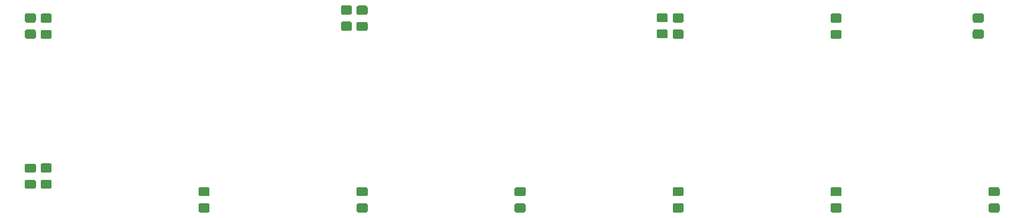
<source format=gbr>
G04 #@! TF.GenerationSoftware,KiCad,Pcbnew,(5.1.5)-3*
G04 #@! TF.CreationDate,2020-07-04T05:03:45+02:00*
G04 #@! TF.ProjectId,buttonboard,62757474-6f6e-4626-9f61-72642e6b6963,rev?*
G04 #@! TF.SameCoordinates,Original*
G04 #@! TF.FileFunction,Paste,Top*
G04 #@! TF.FilePolarity,Positive*
%FSLAX46Y46*%
G04 Gerber Fmt 4.6, Leading zero omitted, Abs format (unit mm)*
G04 Created by KiCad (PCBNEW (5.1.5)-3) date 2020-07-04 05:03:45*
%MOMM*%
%LPD*%
G04 APERTURE LIST*
%ADD10C,0.100000*%
G04 APERTURE END LIST*
D10*
G36*
X221474505Y-209451204D02*
G01*
X221498773Y-209454804D01*
X221522572Y-209460765D01*
X221545671Y-209469030D01*
X221567850Y-209479520D01*
X221588893Y-209492132D01*
X221608599Y-209506747D01*
X221626777Y-209523223D01*
X221643253Y-209541401D01*
X221657868Y-209561107D01*
X221670480Y-209582150D01*
X221680970Y-209604329D01*
X221689235Y-209627428D01*
X221695196Y-209651227D01*
X221698796Y-209675495D01*
X221700000Y-209699999D01*
X221700000Y-210350001D01*
X221698796Y-210374505D01*
X221695196Y-210398773D01*
X221689235Y-210422572D01*
X221680970Y-210445671D01*
X221670480Y-210467850D01*
X221657868Y-210488893D01*
X221643253Y-210508599D01*
X221626777Y-210526777D01*
X221608599Y-210543253D01*
X221588893Y-210557868D01*
X221567850Y-210570480D01*
X221545671Y-210580970D01*
X221522572Y-210589235D01*
X221498773Y-210595196D01*
X221474505Y-210598796D01*
X221450001Y-210600000D01*
X220549999Y-210600000D01*
X220525495Y-210598796D01*
X220501227Y-210595196D01*
X220477428Y-210589235D01*
X220454329Y-210580970D01*
X220432150Y-210570480D01*
X220411107Y-210557868D01*
X220391401Y-210543253D01*
X220373223Y-210526777D01*
X220356747Y-210508599D01*
X220342132Y-210488893D01*
X220329520Y-210467850D01*
X220319030Y-210445671D01*
X220310765Y-210422572D01*
X220304804Y-210398773D01*
X220301204Y-210374505D01*
X220300000Y-210350001D01*
X220300000Y-209699999D01*
X220301204Y-209675495D01*
X220304804Y-209651227D01*
X220310765Y-209627428D01*
X220319030Y-209604329D01*
X220329520Y-209582150D01*
X220342132Y-209561107D01*
X220356747Y-209541401D01*
X220373223Y-209523223D01*
X220391401Y-209506747D01*
X220411107Y-209492132D01*
X220432150Y-209479520D01*
X220454329Y-209469030D01*
X220477428Y-209460765D01*
X220501227Y-209454804D01*
X220525495Y-209451204D01*
X220549999Y-209450000D01*
X221450001Y-209450000D01*
X221474505Y-209451204D01*
G37*
G36*
X221474505Y-207401204D02*
G01*
X221498773Y-207404804D01*
X221522572Y-207410765D01*
X221545671Y-207419030D01*
X221567850Y-207429520D01*
X221588893Y-207442132D01*
X221608599Y-207456747D01*
X221626777Y-207473223D01*
X221643253Y-207491401D01*
X221657868Y-207511107D01*
X221670480Y-207532150D01*
X221680970Y-207554329D01*
X221689235Y-207577428D01*
X221695196Y-207601227D01*
X221698796Y-207625495D01*
X221700000Y-207649999D01*
X221700000Y-208300001D01*
X221698796Y-208324505D01*
X221695196Y-208348773D01*
X221689235Y-208372572D01*
X221680970Y-208395671D01*
X221670480Y-208417850D01*
X221657868Y-208438893D01*
X221643253Y-208458599D01*
X221626777Y-208476777D01*
X221608599Y-208493253D01*
X221588893Y-208507868D01*
X221567850Y-208520480D01*
X221545671Y-208530970D01*
X221522572Y-208539235D01*
X221498773Y-208545196D01*
X221474505Y-208548796D01*
X221450001Y-208550000D01*
X220549999Y-208550000D01*
X220525495Y-208548796D01*
X220501227Y-208545196D01*
X220477428Y-208539235D01*
X220454329Y-208530970D01*
X220432150Y-208520480D01*
X220411107Y-208507868D01*
X220391401Y-208493253D01*
X220373223Y-208476777D01*
X220356747Y-208458599D01*
X220342132Y-208438893D01*
X220329520Y-208417850D01*
X220319030Y-208395671D01*
X220310765Y-208372572D01*
X220304804Y-208348773D01*
X220301204Y-208324505D01*
X220300000Y-208300001D01*
X220300000Y-207649999D01*
X220301204Y-207625495D01*
X220304804Y-207601227D01*
X220310765Y-207577428D01*
X220319030Y-207554329D01*
X220329520Y-207532150D01*
X220342132Y-207511107D01*
X220356747Y-207491401D01*
X220373223Y-207473223D01*
X220391401Y-207456747D01*
X220411107Y-207442132D01*
X220432150Y-207429520D01*
X220454329Y-207419030D01*
X220477428Y-207410765D01*
X220501227Y-207404804D01*
X220525495Y-207401204D01*
X220549999Y-207400000D01*
X221450001Y-207400000D01*
X221474505Y-207401204D01*
G37*
G36*
X219474505Y-187451204D02*
G01*
X219498773Y-187454804D01*
X219522572Y-187460765D01*
X219545671Y-187469030D01*
X219567850Y-187479520D01*
X219588893Y-187492132D01*
X219608599Y-187506747D01*
X219626777Y-187523223D01*
X219643253Y-187541401D01*
X219657868Y-187561107D01*
X219670480Y-187582150D01*
X219680970Y-187604329D01*
X219689235Y-187627428D01*
X219695196Y-187651227D01*
X219698796Y-187675495D01*
X219700000Y-187699999D01*
X219700000Y-188350001D01*
X219698796Y-188374505D01*
X219695196Y-188398773D01*
X219689235Y-188422572D01*
X219680970Y-188445671D01*
X219670480Y-188467850D01*
X219657868Y-188488893D01*
X219643253Y-188508599D01*
X219626777Y-188526777D01*
X219608599Y-188543253D01*
X219588893Y-188557868D01*
X219567850Y-188570480D01*
X219545671Y-188580970D01*
X219522572Y-188589235D01*
X219498773Y-188595196D01*
X219474505Y-188598796D01*
X219450001Y-188600000D01*
X218549999Y-188600000D01*
X218525495Y-188598796D01*
X218501227Y-188595196D01*
X218477428Y-188589235D01*
X218454329Y-188580970D01*
X218432150Y-188570480D01*
X218411107Y-188557868D01*
X218391401Y-188543253D01*
X218373223Y-188526777D01*
X218356747Y-188508599D01*
X218342132Y-188488893D01*
X218329520Y-188467850D01*
X218319030Y-188445671D01*
X218310765Y-188422572D01*
X218304804Y-188398773D01*
X218301204Y-188374505D01*
X218300000Y-188350001D01*
X218300000Y-187699999D01*
X218301204Y-187675495D01*
X218304804Y-187651227D01*
X218310765Y-187627428D01*
X218319030Y-187604329D01*
X218329520Y-187582150D01*
X218342132Y-187561107D01*
X218356747Y-187541401D01*
X218373223Y-187523223D01*
X218391401Y-187506747D01*
X218411107Y-187492132D01*
X218432150Y-187479520D01*
X218454329Y-187469030D01*
X218477428Y-187460765D01*
X218501227Y-187454804D01*
X218525495Y-187451204D01*
X218549999Y-187450000D01*
X219450001Y-187450000D01*
X219474505Y-187451204D01*
G37*
G36*
X219474505Y-185401204D02*
G01*
X219498773Y-185404804D01*
X219522572Y-185410765D01*
X219545671Y-185419030D01*
X219567850Y-185429520D01*
X219588893Y-185442132D01*
X219608599Y-185456747D01*
X219626777Y-185473223D01*
X219643253Y-185491401D01*
X219657868Y-185511107D01*
X219670480Y-185532150D01*
X219680970Y-185554329D01*
X219689235Y-185577428D01*
X219695196Y-185601227D01*
X219698796Y-185625495D01*
X219700000Y-185649999D01*
X219700000Y-186300001D01*
X219698796Y-186324505D01*
X219695196Y-186348773D01*
X219689235Y-186372572D01*
X219680970Y-186395671D01*
X219670480Y-186417850D01*
X219657868Y-186438893D01*
X219643253Y-186458599D01*
X219626777Y-186476777D01*
X219608599Y-186493253D01*
X219588893Y-186507868D01*
X219567850Y-186520480D01*
X219545671Y-186530970D01*
X219522572Y-186539235D01*
X219498773Y-186545196D01*
X219474505Y-186548796D01*
X219450001Y-186550000D01*
X218549999Y-186550000D01*
X218525495Y-186548796D01*
X218501227Y-186545196D01*
X218477428Y-186539235D01*
X218454329Y-186530970D01*
X218432150Y-186520480D01*
X218411107Y-186507868D01*
X218391401Y-186493253D01*
X218373223Y-186476777D01*
X218356747Y-186458599D01*
X218342132Y-186438893D01*
X218329520Y-186417850D01*
X218319030Y-186395671D01*
X218310765Y-186372572D01*
X218304804Y-186348773D01*
X218301204Y-186324505D01*
X218300000Y-186300001D01*
X218300000Y-185649999D01*
X218301204Y-185625495D01*
X218304804Y-185601227D01*
X218310765Y-185577428D01*
X218319030Y-185554329D01*
X218329520Y-185532150D01*
X218342132Y-185511107D01*
X218356747Y-185491401D01*
X218373223Y-185473223D01*
X218391401Y-185456747D01*
X218411107Y-185442132D01*
X218432150Y-185429520D01*
X218454329Y-185419030D01*
X218477428Y-185410765D01*
X218501227Y-185404804D01*
X218525495Y-185401204D01*
X218549999Y-185400000D01*
X219450001Y-185400000D01*
X219474505Y-185401204D01*
G37*
G36*
X201474505Y-209451204D02*
G01*
X201498773Y-209454804D01*
X201522572Y-209460765D01*
X201545671Y-209469030D01*
X201567850Y-209479520D01*
X201588893Y-209492132D01*
X201608599Y-209506747D01*
X201626777Y-209523223D01*
X201643253Y-209541401D01*
X201657868Y-209561107D01*
X201670480Y-209582150D01*
X201680970Y-209604329D01*
X201689235Y-209627428D01*
X201695196Y-209651227D01*
X201698796Y-209675495D01*
X201700000Y-209699999D01*
X201700000Y-210350001D01*
X201698796Y-210374505D01*
X201695196Y-210398773D01*
X201689235Y-210422572D01*
X201680970Y-210445671D01*
X201670480Y-210467850D01*
X201657868Y-210488893D01*
X201643253Y-210508599D01*
X201626777Y-210526777D01*
X201608599Y-210543253D01*
X201588893Y-210557868D01*
X201567850Y-210570480D01*
X201545671Y-210580970D01*
X201522572Y-210589235D01*
X201498773Y-210595196D01*
X201474505Y-210598796D01*
X201450001Y-210600000D01*
X200549999Y-210600000D01*
X200525495Y-210598796D01*
X200501227Y-210595196D01*
X200477428Y-210589235D01*
X200454329Y-210580970D01*
X200432150Y-210570480D01*
X200411107Y-210557868D01*
X200391401Y-210543253D01*
X200373223Y-210526777D01*
X200356747Y-210508599D01*
X200342132Y-210488893D01*
X200329520Y-210467850D01*
X200319030Y-210445671D01*
X200310765Y-210422572D01*
X200304804Y-210398773D01*
X200301204Y-210374505D01*
X200300000Y-210350001D01*
X200300000Y-209699999D01*
X200301204Y-209675495D01*
X200304804Y-209651227D01*
X200310765Y-209627428D01*
X200319030Y-209604329D01*
X200329520Y-209582150D01*
X200342132Y-209561107D01*
X200356747Y-209541401D01*
X200373223Y-209523223D01*
X200391401Y-209506747D01*
X200411107Y-209492132D01*
X200432150Y-209479520D01*
X200454329Y-209469030D01*
X200477428Y-209460765D01*
X200501227Y-209454804D01*
X200525495Y-209451204D01*
X200549999Y-209450000D01*
X201450001Y-209450000D01*
X201474505Y-209451204D01*
G37*
G36*
X201474505Y-207401204D02*
G01*
X201498773Y-207404804D01*
X201522572Y-207410765D01*
X201545671Y-207419030D01*
X201567850Y-207429520D01*
X201588893Y-207442132D01*
X201608599Y-207456747D01*
X201626777Y-207473223D01*
X201643253Y-207491401D01*
X201657868Y-207511107D01*
X201670480Y-207532150D01*
X201680970Y-207554329D01*
X201689235Y-207577428D01*
X201695196Y-207601227D01*
X201698796Y-207625495D01*
X201700000Y-207649999D01*
X201700000Y-208300001D01*
X201698796Y-208324505D01*
X201695196Y-208348773D01*
X201689235Y-208372572D01*
X201680970Y-208395671D01*
X201670480Y-208417850D01*
X201657868Y-208438893D01*
X201643253Y-208458599D01*
X201626777Y-208476777D01*
X201608599Y-208493253D01*
X201588893Y-208507868D01*
X201567850Y-208520480D01*
X201545671Y-208530970D01*
X201522572Y-208539235D01*
X201498773Y-208545196D01*
X201474505Y-208548796D01*
X201450001Y-208550000D01*
X200549999Y-208550000D01*
X200525495Y-208548796D01*
X200501227Y-208545196D01*
X200477428Y-208539235D01*
X200454329Y-208530970D01*
X200432150Y-208520480D01*
X200411107Y-208507868D01*
X200391401Y-208493253D01*
X200373223Y-208476777D01*
X200356747Y-208458599D01*
X200342132Y-208438893D01*
X200329520Y-208417850D01*
X200319030Y-208395671D01*
X200310765Y-208372572D01*
X200304804Y-208348773D01*
X200301204Y-208324505D01*
X200300000Y-208300001D01*
X200300000Y-207649999D01*
X200301204Y-207625495D01*
X200304804Y-207601227D01*
X200310765Y-207577428D01*
X200319030Y-207554329D01*
X200329520Y-207532150D01*
X200342132Y-207511107D01*
X200356747Y-207491401D01*
X200373223Y-207473223D01*
X200391401Y-207456747D01*
X200411107Y-207442132D01*
X200432150Y-207429520D01*
X200454329Y-207419030D01*
X200477428Y-207410765D01*
X200501227Y-207404804D01*
X200525495Y-207401204D01*
X200549999Y-207400000D01*
X201450001Y-207400000D01*
X201474505Y-207401204D01*
G37*
G36*
X201474505Y-187476204D02*
G01*
X201498773Y-187479804D01*
X201522572Y-187485765D01*
X201545671Y-187494030D01*
X201567850Y-187504520D01*
X201588893Y-187517132D01*
X201608599Y-187531747D01*
X201626777Y-187548223D01*
X201643253Y-187566401D01*
X201657868Y-187586107D01*
X201670480Y-187607150D01*
X201680970Y-187629329D01*
X201689235Y-187652428D01*
X201695196Y-187676227D01*
X201698796Y-187700495D01*
X201700000Y-187724999D01*
X201700000Y-188375001D01*
X201698796Y-188399505D01*
X201695196Y-188423773D01*
X201689235Y-188447572D01*
X201680970Y-188470671D01*
X201670480Y-188492850D01*
X201657868Y-188513893D01*
X201643253Y-188533599D01*
X201626777Y-188551777D01*
X201608599Y-188568253D01*
X201588893Y-188582868D01*
X201567850Y-188595480D01*
X201545671Y-188605970D01*
X201522572Y-188614235D01*
X201498773Y-188620196D01*
X201474505Y-188623796D01*
X201450001Y-188625000D01*
X200549999Y-188625000D01*
X200525495Y-188623796D01*
X200501227Y-188620196D01*
X200477428Y-188614235D01*
X200454329Y-188605970D01*
X200432150Y-188595480D01*
X200411107Y-188582868D01*
X200391401Y-188568253D01*
X200373223Y-188551777D01*
X200356747Y-188533599D01*
X200342132Y-188513893D01*
X200329520Y-188492850D01*
X200319030Y-188470671D01*
X200310765Y-188447572D01*
X200304804Y-188423773D01*
X200301204Y-188399505D01*
X200300000Y-188375001D01*
X200300000Y-187724999D01*
X200301204Y-187700495D01*
X200304804Y-187676227D01*
X200310765Y-187652428D01*
X200319030Y-187629329D01*
X200329520Y-187607150D01*
X200342132Y-187586107D01*
X200356747Y-187566401D01*
X200373223Y-187548223D01*
X200391401Y-187531747D01*
X200411107Y-187517132D01*
X200432150Y-187504520D01*
X200454329Y-187494030D01*
X200477428Y-187485765D01*
X200501227Y-187479804D01*
X200525495Y-187476204D01*
X200549999Y-187475000D01*
X201450001Y-187475000D01*
X201474505Y-187476204D01*
G37*
G36*
X201474505Y-185426204D02*
G01*
X201498773Y-185429804D01*
X201522572Y-185435765D01*
X201545671Y-185444030D01*
X201567850Y-185454520D01*
X201588893Y-185467132D01*
X201608599Y-185481747D01*
X201626777Y-185498223D01*
X201643253Y-185516401D01*
X201657868Y-185536107D01*
X201670480Y-185557150D01*
X201680970Y-185579329D01*
X201689235Y-185602428D01*
X201695196Y-185626227D01*
X201698796Y-185650495D01*
X201700000Y-185674999D01*
X201700000Y-186325001D01*
X201698796Y-186349505D01*
X201695196Y-186373773D01*
X201689235Y-186397572D01*
X201680970Y-186420671D01*
X201670480Y-186442850D01*
X201657868Y-186463893D01*
X201643253Y-186483599D01*
X201626777Y-186501777D01*
X201608599Y-186518253D01*
X201588893Y-186532868D01*
X201567850Y-186545480D01*
X201545671Y-186555970D01*
X201522572Y-186564235D01*
X201498773Y-186570196D01*
X201474505Y-186573796D01*
X201450001Y-186575000D01*
X200549999Y-186575000D01*
X200525495Y-186573796D01*
X200501227Y-186570196D01*
X200477428Y-186564235D01*
X200454329Y-186555970D01*
X200432150Y-186545480D01*
X200411107Y-186532868D01*
X200391401Y-186518253D01*
X200373223Y-186501777D01*
X200356747Y-186483599D01*
X200342132Y-186463893D01*
X200329520Y-186442850D01*
X200319030Y-186420671D01*
X200310765Y-186397572D01*
X200304804Y-186373773D01*
X200301204Y-186349505D01*
X200300000Y-186325001D01*
X200300000Y-185674999D01*
X200301204Y-185650495D01*
X200304804Y-185626227D01*
X200310765Y-185602428D01*
X200319030Y-185579329D01*
X200329520Y-185557150D01*
X200342132Y-185536107D01*
X200356747Y-185516401D01*
X200373223Y-185498223D01*
X200391401Y-185481747D01*
X200411107Y-185467132D01*
X200432150Y-185454520D01*
X200454329Y-185444030D01*
X200477428Y-185435765D01*
X200501227Y-185429804D01*
X200525495Y-185426204D01*
X200549999Y-185425000D01*
X201450001Y-185425000D01*
X201474505Y-185426204D01*
G37*
G36*
X181474505Y-209451204D02*
G01*
X181498773Y-209454804D01*
X181522572Y-209460765D01*
X181545671Y-209469030D01*
X181567850Y-209479520D01*
X181588893Y-209492132D01*
X181608599Y-209506747D01*
X181626777Y-209523223D01*
X181643253Y-209541401D01*
X181657868Y-209561107D01*
X181670480Y-209582150D01*
X181680970Y-209604329D01*
X181689235Y-209627428D01*
X181695196Y-209651227D01*
X181698796Y-209675495D01*
X181700000Y-209699999D01*
X181700000Y-210350001D01*
X181698796Y-210374505D01*
X181695196Y-210398773D01*
X181689235Y-210422572D01*
X181680970Y-210445671D01*
X181670480Y-210467850D01*
X181657868Y-210488893D01*
X181643253Y-210508599D01*
X181626777Y-210526777D01*
X181608599Y-210543253D01*
X181588893Y-210557868D01*
X181567850Y-210570480D01*
X181545671Y-210580970D01*
X181522572Y-210589235D01*
X181498773Y-210595196D01*
X181474505Y-210598796D01*
X181450001Y-210600000D01*
X180549999Y-210600000D01*
X180525495Y-210598796D01*
X180501227Y-210595196D01*
X180477428Y-210589235D01*
X180454329Y-210580970D01*
X180432150Y-210570480D01*
X180411107Y-210557868D01*
X180391401Y-210543253D01*
X180373223Y-210526777D01*
X180356747Y-210508599D01*
X180342132Y-210488893D01*
X180329520Y-210467850D01*
X180319030Y-210445671D01*
X180310765Y-210422572D01*
X180304804Y-210398773D01*
X180301204Y-210374505D01*
X180300000Y-210350001D01*
X180300000Y-209699999D01*
X180301204Y-209675495D01*
X180304804Y-209651227D01*
X180310765Y-209627428D01*
X180319030Y-209604329D01*
X180329520Y-209582150D01*
X180342132Y-209561107D01*
X180356747Y-209541401D01*
X180373223Y-209523223D01*
X180391401Y-209506747D01*
X180411107Y-209492132D01*
X180432150Y-209479520D01*
X180454329Y-209469030D01*
X180477428Y-209460765D01*
X180501227Y-209454804D01*
X180525495Y-209451204D01*
X180549999Y-209450000D01*
X181450001Y-209450000D01*
X181474505Y-209451204D01*
G37*
G36*
X181474505Y-207401204D02*
G01*
X181498773Y-207404804D01*
X181522572Y-207410765D01*
X181545671Y-207419030D01*
X181567850Y-207429520D01*
X181588893Y-207442132D01*
X181608599Y-207456747D01*
X181626777Y-207473223D01*
X181643253Y-207491401D01*
X181657868Y-207511107D01*
X181670480Y-207532150D01*
X181680970Y-207554329D01*
X181689235Y-207577428D01*
X181695196Y-207601227D01*
X181698796Y-207625495D01*
X181700000Y-207649999D01*
X181700000Y-208300001D01*
X181698796Y-208324505D01*
X181695196Y-208348773D01*
X181689235Y-208372572D01*
X181680970Y-208395671D01*
X181670480Y-208417850D01*
X181657868Y-208438893D01*
X181643253Y-208458599D01*
X181626777Y-208476777D01*
X181608599Y-208493253D01*
X181588893Y-208507868D01*
X181567850Y-208520480D01*
X181545671Y-208530970D01*
X181522572Y-208539235D01*
X181498773Y-208545196D01*
X181474505Y-208548796D01*
X181450001Y-208550000D01*
X180549999Y-208550000D01*
X180525495Y-208548796D01*
X180501227Y-208545196D01*
X180477428Y-208539235D01*
X180454329Y-208530970D01*
X180432150Y-208520480D01*
X180411107Y-208507868D01*
X180391401Y-208493253D01*
X180373223Y-208476777D01*
X180356747Y-208458599D01*
X180342132Y-208438893D01*
X180329520Y-208417850D01*
X180319030Y-208395671D01*
X180310765Y-208372572D01*
X180304804Y-208348773D01*
X180301204Y-208324505D01*
X180300000Y-208300001D01*
X180300000Y-207649999D01*
X180301204Y-207625495D01*
X180304804Y-207601227D01*
X180310765Y-207577428D01*
X180319030Y-207554329D01*
X180329520Y-207532150D01*
X180342132Y-207511107D01*
X180356747Y-207491401D01*
X180373223Y-207473223D01*
X180391401Y-207456747D01*
X180411107Y-207442132D01*
X180432150Y-207429520D01*
X180454329Y-207419030D01*
X180477428Y-207410765D01*
X180501227Y-207404804D01*
X180525495Y-207401204D01*
X180549999Y-207400000D01*
X181450001Y-207400000D01*
X181474505Y-207401204D01*
G37*
G36*
X181474505Y-187451204D02*
G01*
X181498773Y-187454804D01*
X181522572Y-187460765D01*
X181545671Y-187469030D01*
X181567850Y-187479520D01*
X181588893Y-187492132D01*
X181608599Y-187506747D01*
X181626777Y-187523223D01*
X181643253Y-187541401D01*
X181657868Y-187561107D01*
X181670480Y-187582150D01*
X181680970Y-187604329D01*
X181689235Y-187627428D01*
X181695196Y-187651227D01*
X181698796Y-187675495D01*
X181700000Y-187699999D01*
X181700000Y-188350001D01*
X181698796Y-188374505D01*
X181695196Y-188398773D01*
X181689235Y-188422572D01*
X181680970Y-188445671D01*
X181670480Y-188467850D01*
X181657868Y-188488893D01*
X181643253Y-188508599D01*
X181626777Y-188526777D01*
X181608599Y-188543253D01*
X181588893Y-188557868D01*
X181567850Y-188570480D01*
X181545671Y-188580970D01*
X181522572Y-188589235D01*
X181498773Y-188595196D01*
X181474505Y-188598796D01*
X181450001Y-188600000D01*
X180549999Y-188600000D01*
X180525495Y-188598796D01*
X180501227Y-188595196D01*
X180477428Y-188589235D01*
X180454329Y-188580970D01*
X180432150Y-188570480D01*
X180411107Y-188557868D01*
X180391401Y-188543253D01*
X180373223Y-188526777D01*
X180356747Y-188508599D01*
X180342132Y-188488893D01*
X180329520Y-188467850D01*
X180319030Y-188445671D01*
X180310765Y-188422572D01*
X180304804Y-188398773D01*
X180301204Y-188374505D01*
X180300000Y-188350001D01*
X180300000Y-187699999D01*
X180301204Y-187675495D01*
X180304804Y-187651227D01*
X180310765Y-187627428D01*
X180319030Y-187604329D01*
X180329520Y-187582150D01*
X180342132Y-187561107D01*
X180356747Y-187541401D01*
X180373223Y-187523223D01*
X180391401Y-187506747D01*
X180411107Y-187492132D01*
X180432150Y-187479520D01*
X180454329Y-187469030D01*
X180477428Y-187460765D01*
X180501227Y-187454804D01*
X180525495Y-187451204D01*
X180549999Y-187450000D01*
X181450001Y-187450000D01*
X181474505Y-187451204D01*
G37*
G36*
X181474505Y-185401204D02*
G01*
X181498773Y-185404804D01*
X181522572Y-185410765D01*
X181545671Y-185419030D01*
X181567850Y-185429520D01*
X181588893Y-185442132D01*
X181608599Y-185456747D01*
X181626777Y-185473223D01*
X181643253Y-185491401D01*
X181657868Y-185511107D01*
X181670480Y-185532150D01*
X181680970Y-185554329D01*
X181689235Y-185577428D01*
X181695196Y-185601227D01*
X181698796Y-185625495D01*
X181700000Y-185649999D01*
X181700000Y-186300001D01*
X181698796Y-186324505D01*
X181695196Y-186348773D01*
X181689235Y-186372572D01*
X181680970Y-186395671D01*
X181670480Y-186417850D01*
X181657868Y-186438893D01*
X181643253Y-186458599D01*
X181626777Y-186476777D01*
X181608599Y-186493253D01*
X181588893Y-186507868D01*
X181567850Y-186520480D01*
X181545671Y-186530970D01*
X181522572Y-186539235D01*
X181498773Y-186545196D01*
X181474505Y-186548796D01*
X181450001Y-186550000D01*
X180549999Y-186550000D01*
X180525495Y-186548796D01*
X180501227Y-186545196D01*
X180477428Y-186539235D01*
X180454329Y-186530970D01*
X180432150Y-186520480D01*
X180411107Y-186507868D01*
X180391401Y-186493253D01*
X180373223Y-186476777D01*
X180356747Y-186458599D01*
X180342132Y-186438893D01*
X180329520Y-186417850D01*
X180319030Y-186395671D01*
X180310765Y-186372572D01*
X180304804Y-186348773D01*
X180301204Y-186324505D01*
X180300000Y-186300001D01*
X180300000Y-185649999D01*
X180301204Y-185625495D01*
X180304804Y-185601227D01*
X180310765Y-185577428D01*
X180319030Y-185554329D01*
X180329520Y-185532150D01*
X180342132Y-185511107D01*
X180356747Y-185491401D01*
X180373223Y-185473223D01*
X180391401Y-185456747D01*
X180411107Y-185442132D01*
X180432150Y-185429520D01*
X180454329Y-185419030D01*
X180477428Y-185410765D01*
X180501227Y-185404804D01*
X180525495Y-185401204D01*
X180549999Y-185400000D01*
X181450001Y-185400000D01*
X181474505Y-185401204D01*
G37*
G36*
X161474505Y-209451204D02*
G01*
X161498773Y-209454804D01*
X161522572Y-209460765D01*
X161545671Y-209469030D01*
X161567850Y-209479520D01*
X161588893Y-209492132D01*
X161608599Y-209506747D01*
X161626777Y-209523223D01*
X161643253Y-209541401D01*
X161657868Y-209561107D01*
X161670480Y-209582150D01*
X161680970Y-209604329D01*
X161689235Y-209627428D01*
X161695196Y-209651227D01*
X161698796Y-209675495D01*
X161700000Y-209699999D01*
X161700000Y-210350001D01*
X161698796Y-210374505D01*
X161695196Y-210398773D01*
X161689235Y-210422572D01*
X161680970Y-210445671D01*
X161670480Y-210467850D01*
X161657868Y-210488893D01*
X161643253Y-210508599D01*
X161626777Y-210526777D01*
X161608599Y-210543253D01*
X161588893Y-210557868D01*
X161567850Y-210570480D01*
X161545671Y-210580970D01*
X161522572Y-210589235D01*
X161498773Y-210595196D01*
X161474505Y-210598796D01*
X161450001Y-210600000D01*
X160549999Y-210600000D01*
X160525495Y-210598796D01*
X160501227Y-210595196D01*
X160477428Y-210589235D01*
X160454329Y-210580970D01*
X160432150Y-210570480D01*
X160411107Y-210557868D01*
X160391401Y-210543253D01*
X160373223Y-210526777D01*
X160356747Y-210508599D01*
X160342132Y-210488893D01*
X160329520Y-210467850D01*
X160319030Y-210445671D01*
X160310765Y-210422572D01*
X160304804Y-210398773D01*
X160301204Y-210374505D01*
X160300000Y-210350001D01*
X160300000Y-209699999D01*
X160301204Y-209675495D01*
X160304804Y-209651227D01*
X160310765Y-209627428D01*
X160319030Y-209604329D01*
X160329520Y-209582150D01*
X160342132Y-209561107D01*
X160356747Y-209541401D01*
X160373223Y-209523223D01*
X160391401Y-209506747D01*
X160411107Y-209492132D01*
X160432150Y-209479520D01*
X160454329Y-209469030D01*
X160477428Y-209460765D01*
X160501227Y-209454804D01*
X160525495Y-209451204D01*
X160549999Y-209450000D01*
X161450001Y-209450000D01*
X161474505Y-209451204D01*
G37*
G36*
X161474505Y-207401204D02*
G01*
X161498773Y-207404804D01*
X161522572Y-207410765D01*
X161545671Y-207419030D01*
X161567850Y-207429520D01*
X161588893Y-207442132D01*
X161608599Y-207456747D01*
X161626777Y-207473223D01*
X161643253Y-207491401D01*
X161657868Y-207511107D01*
X161670480Y-207532150D01*
X161680970Y-207554329D01*
X161689235Y-207577428D01*
X161695196Y-207601227D01*
X161698796Y-207625495D01*
X161700000Y-207649999D01*
X161700000Y-208300001D01*
X161698796Y-208324505D01*
X161695196Y-208348773D01*
X161689235Y-208372572D01*
X161680970Y-208395671D01*
X161670480Y-208417850D01*
X161657868Y-208438893D01*
X161643253Y-208458599D01*
X161626777Y-208476777D01*
X161608599Y-208493253D01*
X161588893Y-208507868D01*
X161567850Y-208520480D01*
X161545671Y-208530970D01*
X161522572Y-208539235D01*
X161498773Y-208545196D01*
X161474505Y-208548796D01*
X161450001Y-208550000D01*
X160549999Y-208550000D01*
X160525495Y-208548796D01*
X160501227Y-208545196D01*
X160477428Y-208539235D01*
X160454329Y-208530970D01*
X160432150Y-208520480D01*
X160411107Y-208507868D01*
X160391401Y-208493253D01*
X160373223Y-208476777D01*
X160356747Y-208458599D01*
X160342132Y-208438893D01*
X160329520Y-208417850D01*
X160319030Y-208395671D01*
X160310765Y-208372572D01*
X160304804Y-208348773D01*
X160301204Y-208324505D01*
X160300000Y-208300001D01*
X160300000Y-207649999D01*
X160301204Y-207625495D01*
X160304804Y-207601227D01*
X160310765Y-207577428D01*
X160319030Y-207554329D01*
X160329520Y-207532150D01*
X160342132Y-207511107D01*
X160356747Y-207491401D01*
X160373223Y-207473223D01*
X160391401Y-207456747D01*
X160411107Y-207442132D01*
X160432150Y-207429520D01*
X160454329Y-207419030D01*
X160477428Y-207410765D01*
X160501227Y-207404804D01*
X160525495Y-207401204D01*
X160549999Y-207400000D01*
X161450001Y-207400000D01*
X161474505Y-207401204D01*
G37*
G36*
X179474505Y-187426204D02*
G01*
X179498773Y-187429804D01*
X179522572Y-187435765D01*
X179545671Y-187444030D01*
X179567850Y-187454520D01*
X179588893Y-187467132D01*
X179608599Y-187481747D01*
X179626777Y-187498223D01*
X179643253Y-187516401D01*
X179657868Y-187536107D01*
X179670480Y-187557150D01*
X179680970Y-187579329D01*
X179689235Y-187602428D01*
X179695196Y-187626227D01*
X179698796Y-187650495D01*
X179700000Y-187674999D01*
X179700000Y-188325001D01*
X179698796Y-188349505D01*
X179695196Y-188373773D01*
X179689235Y-188397572D01*
X179680970Y-188420671D01*
X179670480Y-188442850D01*
X179657868Y-188463893D01*
X179643253Y-188483599D01*
X179626777Y-188501777D01*
X179608599Y-188518253D01*
X179588893Y-188532868D01*
X179567850Y-188545480D01*
X179545671Y-188555970D01*
X179522572Y-188564235D01*
X179498773Y-188570196D01*
X179474505Y-188573796D01*
X179450001Y-188575000D01*
X178549999Y-188575000D01*
X178525495Y-188573796D01*
X178501227Y-188570196D01*
X178477428Y-188564235D01*
X178454329Y-188555970D01*
X178432150Y-188545480D01*
X178411107Y-188532868D01*
X178391401Y-188518253D01*
X178373223Y-188501777D01*
X178356747Y-188483599D01*
X178342132Y-188463893D01*
X178329520Y-188442850D01*
X178319030Y-188420671D01*
X178310765Y-188397572D01*
X178304804Y-188373773D01*
X178301204Y-188349505D01*
X178300000Y-188325001D01*
X178300000Y-187674999D01*
X178301204Y-187650495D01*
X178304804Y-187626227D01*
X178310765Y-187602428D01*
X178319030Y-187579329D01*
X178329520Y-187557150D01*
X178342132Y-187536107D01*
X178356747Y-187516401D01*
X178373223Y-187498223D01*
X178391401Y-187481747D01*
X178411107Y-187467132D01*
X178432150Y-187454520D01*
X178454329Y-187444030D01*
X178477428Y-187435765D01*
X178501227Y-187429804D01*
X178525495Y-187426204D01*
X178549999Y-187425000D01*
X179450001Y-187425000D01*
X179474505Y-187426204D01*
G37*
G36*
X179474505Y-185376204D02*
G01*
X179498773Y-185379804D01*
X179522572Y-185385765D01*
X179545671Y-185394030D01*
X179567850Y-185404520D01*
X179588893Y-185417132D01*
X179608599Y-185431747D01*
X179626777Y-185448223D01*
X179643253Y-185466401D01*
X179657868Y-185486107D01*
X179670480Y-185507150D01*
X179680970Y-185529329D01*
X179689235Y-185552428D01*
X179695196Y-185576227D01*
X179698796Y-185600495D01*
X179700000Y-185624999D01*
X179700000Y-186275001D01*
X179698796Y-186299505D01*
X179695196Y-186323773D01*
X179689235Y-186347572D01*
X179680970Y-186370671D01*
X179670480Y-186392850D01*
X179657868Y-186413893D01*
X179643253Y-186433599D01*
X179626777Y-186451777D01*
X179608599Y-186468253D01*
X179588893Y-186482868D01*
X179567850Y-186495480D01*
X179545671Y-186505970D01*
X179522572Y-186514235D01*
X179498773Y-186520196D01*
X179474505Y-186523796D01*
X179450001Y-186525000D01*
X178549999Y-186525000D01*
X178525495Y-186523796D01*
X178501227Y-186520196D01*
X178477428Y-186514235D01*
X178454329Y-186505970D01*
X178432150Y-186495480D01*
X178411107Y-186482868D01*
X178391401Y-186468253D01*
X178373223Y-186451777D01*
X178356747Y-186433599D01*
X178342132Y-186413893D01*
X178329520Y-186392850D01*
X178319030Y-186370671D01*
X178310765Y-186347572D01*
X178304804Y-186323773D01*
X178301204Y-186299505D01*
X178300000Y-186275001D01*
X178300000Y-185624999D01*
X178301204Y-185600495D01*
X178304804Y-185576227D01*
X178310765Y-185552428D01*
X178319030Y-185529329D01*
X178329520Y-185507150D01*
X178342132Y-185486107D01*
X178356747Y-185466401D01*
X178373223Y-185448223D01*
X178391401Y-185431747D01*
X178411107Y-185417132D01*
X178432150Y-185404520D01*
X178454329Y-185394030D01*
X178477428Y-185385765D01*
X178501227Y-185379804D01*
X178525495Y-185376204D01*
X178549999Y-185375000D01*
X179450001Y-185375000D01*
X179474505Y-185376204D01*
G37*
G36*
X141474505Y-209451204D02*
G01*
X141498773Y-209454804D01*
X141522572Y-209460765D01*
X141545671Y-209469030D01*
X141567850Y-209479520D01*
X141588893Y-209492132D01*
X141608599Y-209506747D01*
X141626777Y-209523223D01*
X141643253Y-209541401D01*
X141657868Y-209561107D01*
X141670480Y-209582150D01*
X141680970Y-209604329D01*
X141689235Y-209627428D01*
X141695196Y-209651227D01*
X141698796Y-209675495D01*
X141700000Y-209699999D01*
X141700000Y-210350001D01*
X141698796Y-210374505D01*
X141695196Y-210398773D01*
X141689235Y-210422572D01*
X141680970Y-210445671D01*
X141670480Y-210467850D01*
X141657868Y-210488893D01*
X141643253Y-210508599D01*
X141626777Y-210526777D01*
X141608599Y-210543253D01*
X141588893Y-210557868D01*
X141567850Y-210570480D01*
X141545671Y-210580970D01*
X141522572Y-210589235D01*
X141498773Y-210595196D01*
X141474505Y-210598796D01*
X141450001Y-210600000D01*
X140549999Y-210600000D01*
X140525495Y-210598796D01*
X140501227Y-210595196D01*
X140477428Y-210589235D01*
X140454329Y-210580970D01*
X140432150Y-210570480D01*
X140411107Y-210557868D01*
X140391401Y-210543253D01*
X140373223Y-210526777D01*
X140356747Y-210508599D01*
X140342132Y-210488893D01*
X140329520Y-210467850D01*
X140319030Y-210445671D01*
X140310765Y-210422572D01*
X140304804Y-210398773D01*
X140301204Y-210374505D01*
X140300000Y-210350001D01*
X140300000Y-209699999D01*
X140301204Y-209675495D01*
X140304804Y-209651227D01*
X140310765Y-209627428D01*
X140319030Y-209604329D01*
X140329520Y-209582150D01*
X140342132Y-209561107D01*
X140356747Y-209541401D01*
X140373223Y-209523223D01*
X140391401Y-209506747D01*
X140411107Y-209492132D01*
X140432150Y-209479520D01*
X140454329Y-209469030D01*
X140477428Y-209460765D01*
X140501227Y-209454804D01*
X140525495Y-209451204D01*
X140549999Y-209450000D01*
X141450001Y-209450000D01*
X141474505Y-209451204D01*
G37*
G36*
X141474505Y-207401204D02*
G01*
X141498773Y-207404804D01*
X141522572Y-207410765D01*
X141545671Y-207419030D01*
X141567850Y-207429520D01*
X141588893Y-207442132D01*
X141608599Y-207456747D01*
X141626777Y-207473223D01*
X141643253Y-207491401D01*
X141657868Y-207511107D01*
X141670480Y-207532150D01*
X141680970Y-207554329D01*
X141689235Y-207577428D01*
X141695196Y-207601227D01*
X141698796Y-207625495D01*
X141700000Y-207649999D01*
X141700000Y-208300001D01*
X141698796Y-208324505D01*
X141695196Y-208348773D01*
X141689235Y-208372572D01*
X141680970Y-208395671D01*
X141670480Y-208417850D01*
X141657868Y-208438893D01*
X141643253Y-208458599D01*
X141626777Y-208476777D01*
X141608599Y-208493253D01*
X141588893Y-208507868D01*
X141567850Y-208520480D01*
X141545671Y-208530970D01*
X141522572Y-208539235D01*
X141498773Y-208545196D01*
X141474505Y-208548796D01*
X141450001Y-208550000D01*
X140549999Y-208550000D01*
X140525495Y-208548796D01*
X140501227Y-208545196D01*
X140477428Y-208539235D01*
X140454329Y-208530970D01*
X140432150Y-208520480D01*
X140411107Y-208507868D01*
X140391401Y-208493253D01*
X140373223Y-208476777D01*
X140356747Y-208458599D01*
X140342132Y-208438893D01*
X140329520Y-208417850D01*
X140319030Y-208395671D01*
X140310765Y-208372572D01*
X140304804Y-208348773D01*
X140301204Y-208324505D01*
X140300000Y-208300001D01*
X140300000Y-207649999D01*
X140301204Y-207625495D01*
X140304804Y-207601227D01*
X140310765Y-207577428D01*
X140319030Y-207554329D01*
X140329520Y-207532150D01*
X140342132Y-207511107D01*
X140356747Y-207491401D01*
X140373223Y-207473223D01*
X140391401Y-207456747D01*
X140411107Y-207442132D01*
X140432150Y-207429520D01*
X140454329Y-207419030D01*
X140477428Y-207410765D01*
X140501227Y-207404804D01*
X140525495Y-207401204D01*
X140549999Y-207400000D01*
X141450001Y-207400000D01*
X141474505Y-207401204D01*
G37*
G36*
X141474505Y-186476204D02*
G01*
X141498773Y-186479804D01*
X141522572Y-186485765D01*
X141545671Y-186494030D01*
X141567850Y-186504520D01*
X141588893Y-186517132D01*
X141608599Y-186531747D01*
X141626777Y-186548223D01*
X141643253Y-186566401D01*
X141657868Y-186586107D01*
X141670480Y-186607150D01*
X141680970Y-186629329D01*
X141689235Y-186652428D01*
X141695196Y-186676227D01*
X141698796Y-186700495D01*
X141700000Y-186724999D01*
X141700000Y-187375001D01*
X141698796Y-187399505D01*
X141695196Y-187423773D01*
X141689235Y-187447572D01*
X141680970Y-187470671D01*
X141670480Y-187492850D01*
X141657868Y-187513893D01*
X141643253Y-187533599D01*
X141626777Y-187551777D01*
X141608599Y-187568253D01*
X141588893Y-187582868D01*
X141567850Y-187595480D01*
X141545671Y-187605970D01*
X141522572Y-187614235D01*
X141498773Y-187620196D01*
X141474505Y-187623796D01*
X141450001Y-187625000D01*
X140549999Y-187625000D01*
X140525495Y-187623796D01*
X140501227Y-187620196D01*
X140477428Y-187614235D01*
X140454329Y-187605970D01*
X140432150Y-187595480D01*
X140411107Y-187582868D01*
X140391401Y-187568253D01*
X140373223Y-187551777D01*
X140356747Y-187533599D01*
X140342132Y-187513893D01*
X140329520Y-187492850D01*
X140319030Y-187470671D01*
X140310765Y-187447572D01*
X140304804Y-187423773D01*
X140301204Y-187399505D01*
X140300000Y-187375001D01*
X140300000Y-186724999D01*
X140301204Y-186700495D01*
X140304804Y-186676227D01*
X140310765Y-186652428D01*
X140319030Y-186629329D01*
X140329520Y-186607150D01*
X140342132Y-186586107D01*
X140356747Y-186566401D01*
X140373223Y-186548223D01*
X140391401Y-186531747D01*
X140411107Y-186517132D01*
X140432150Y-186504520D01*
X140454329Y-186494030D01*
X140477428Y-186485765D01*
X140501227Y-186479804D01*
X140525495Y-186476204D01*
X140549999Y-186475000D01*
X141450001Y-186475000D01*
X141474505Y-186476204D01*
G37*
G36*
X141474505Y-184426204D02*
G01*
X141498773Y-184429804D01*
X141522572Y-184435765D01*
X141545671Y-184444030D01*
X141567850Y-184454520D01*
X141588893Y-184467132D01*
X141608599Y-184481747D01*
X141626777Y-184498223D01*
X141643253Y-184516401D01*
X141657868Y-184536107D01*
X141670480Y-184557150D01*
X141680970Y-184579329D01*
X141689235Y-184602428D01*
X141695196Y-184626227D01*
X141698796Y-184650495D01*
X141700000Y-184674999D01*
X141700000Y-185325001D01*
X141698796Y-185349505D01*
X141695196Y-185373773D01*
X141689235Y-185397572D01*
X141680970Y-185420671D01*
X141670480Y-185442850D01*
X141657868Y-185463893D01*
X141643253Y-185483599D01*
X141626777Y-185501777D01*
X141608599Y-185518253D01*
X141588893Y-185532868D01*
X141567850Y-185545480D01*
X141545671Y-185555970D01*
X141522572Y-185564235D01*
X141498773Y-185570196D01*
X141474505Y-185573796D01*
X141450001Y-185575000D01*
X140549999Y-185575000D01*
X140525495Y-185573796D01*
X140501227Y-185570196D01*
X140477428Y-185564235D01*
X140454329Y-185555970D01*
X140432150Y-185545480D01*
X140411107Y-185532868D01*
X140391401Y-185518253D01*
X140373223Y-185501777D01*
X140356747Y-185483599D01*
X140342132Y-185463893D01*
X140329520Y-185442850D01*
X140319030Y-185420671D01*
X140310765Y-185397572D01*
X140304804Y-185373773D01*
X140301204Y-185349505D01*
X140300000Y-185325001D01*
X140300000Y-184674999D01*
X140301204Y-184650495D01*
X140304804Y-184626227D01*
X140310765Y-184602428D01*
X140319030Y-184579329D01*
X140329520Y-184557150D01*
X140342132Y-184536107D01*
X140356747Y-184516401D01*
X140373223Y-184498223D01*
X140391401Y-184481747D01*
X140411107Y-184467132D01*
X140432150Y-184454520D01*
X140454329Y-184444030D01*
X140477428Y-184435765D01*
X140501227Y-184429804D01*
X140525495Y-184426204D01*
X140549999Y-184425000D01*
X141450001Y-184425000D01*
X141474505Y-184426204D01*
G37*
G36*
X121474505Y-209451204D02*
G01*
X121498773Y-209454804D01*
X121522572Y-209460765D01*
X121545671Y-209469030D01*
X121567850Y-209479520D01*
X121588893Y-209492132D01*
X121608599Y-209506747D01*
X121626777Y-209523223D01*
X121643253Y-209541401D01*
X121657868Y-209561107D01*
X121670480Y-209582150D01*
X121680970Y-209604329D01*
X121689235Y-209627428D01*
X121695196Y-209651227D01*
X121698796Y-209675495D01*
X121700000Y-209699999D01*
X121700000Y-210350001D01*
X121698796Y-210374505D01*
X121695196Y-210398773D01*
X121689235Y-210422572D01*
X121680970Y-210445671D01*
X121670480Y-210467850D01*
X121657868Y-210488893D01*
X121643253Y-210508599D01*
X121626777Y-210526777D01*
X121608599Y-210543253D01*
X121588893Y-210557868D01*
X121567850Y-210570480D01*
X121545671Y-210580970D01*
X121522572Y-210589235D01*
X121498773Y-210595196D01*
X121474505Y-210598796D01*
X121450001Y-210600000D01*
X120549999Y-210600000D01*
X120525495Y-210598796D01*
X120501227Y-210595196D01*
X120477428Y-210589235D01*
X120454329Y-210580970D01*
X120432150Y-210570480D01*
X120411107Y-210557868D01*
X120391401Y-210543253D01*
X120373223Y-210526777D01*
X120356747Y-210508599D01*
X120342132Y-210488893D01*
X120329520Y-210467850D01*
X120319030Y-210445671D01*
X120310765Y-210422572D01*
X120304804Y-210398773D01*
X120301204Y-210374505D01*
X120300000Y-210350001D01*
X120300000Y-209699999D01*
X120301204Y-209675495D01*
X120304804Y-209651227D01*
X120310765Y-209627428D01*
X120319030Y-209604329D01*
X120329520Y-209582150D01*
X120342132Y-209561107D01*
X120356747Y-209541401D01*
X120373223Y-209523223D01*
X120391401Y-209506747D01*
X120411107Y-209492132D01*
X120432150Y-209479520D01*
X120454329Y-209469030D01*
X120477428Y-209460765D01*
X120501227Y-209454804D01*
X120525495Y-209451204D01*
X120549999Y-209450000D01*
X121450001Y-209450000D01*
X121474505Y-209451204D01*
G37*
G36*
X121474505Y-207401204D02*
G01*
X121498773Y-207404804D01*
X121522572Y-207410765D01*
X121545671Y-207419030D01*
X121567850Y-207429520D01*
X121588893Y-207442132D01*
X121608599Y-207456747D01*
X121626777Y-207473223D01*
X121643253Y-207491401D01*
X121657868Y-207511107D01*
X121670480Y-207532150D01*
X121680970Y-207554329D01*
X121689235Y-207577428D01*
X121695196Y-207601227D01*
X121698796Y-207625495D01*
X121700000Y-207649999D01*
X121700000Y-208300001D01*
X121698796Y-208324505D01*
X121695196Y-208348773D01*
X121689235Y-208372572D01*
X121680970Y-208395671D01*
X121670480Y-208417850D01*
X121657868Y-208438893D01*
X121643253Y-208458599D01*
X121626777Y-208476777D01*
X121608599Y-208493253D01*
X121588893Y-208507868D01*
X121567850Y-208520480D01*
X121545671Y-208530970D01*
X121522572Y-208539235D01*
X121498773Y-208545196D01*
X121474505Y-208548796D01*
X121450001Y-208550000D01*
X120549999Y-208550000D01*
X120525495Y-208548796D01*
X120501227Y-208545196D01*
X120477428Y-208539235D01*
X120454329Y-208530970D01*
X120432150Y-208520480D01*
X120411107Y-208507868D01*
X120391401Y-208493253D01*
X120373223Y-208476777D01*
X120356747Y-208458599D01*
X120342132Y-208438893D01*
X120329520Y-208417850D01*
X120319030Y-208395671D01*
X120310765Y-208372572D01*
X120304804Y-208348773D01*
X120301204Y-208324505D01*
X120300000Y-208300001D01*
X120300000Y-207649999D01*
X120301204Y-207625495D01*
X120304804Y-207601227D01*
X120310765Y-207577428D01*
X120319030Y-207554329D01*
X120329520Y-207532150D01*
X120342132Y-207511107D01*
X120356747Y-207491401D01*
X120373223Y-207473223D01*
X120391401Y-207456747D01*
X120411107Y-207442132D01*
X120432150Y-207429520D01*
X120454329Y-207419030D01*
X120477428Y-207410765D01*
X120501227Y-207404804D01*
X120525495Y-207401204D01*
X120549999Y-207400000D01*
X121450001Y-207400000D01*
X121474505Y-207401204D01*
G37*
G36*
X139474505Y-186451204D02*
G01*
X139498773Y-186454804D01*
X139522572Y-186460765D01*
X139545671Y-186469030D01*
X139567850Y-186479520D01*
X139588893Y-186492132D01*
X139608599Y-186506747D01*
X139626777Y-186523223D01*
X139643253Y-186541401D01*
X139657868Y-186561107D01*
X139670480Y-186582150D01*
X139680970Y-186604329D01*
X139689235Y-186627428D01*
X139695196Y-186651227D01*
X139698796Y-186675495D01*
X139700000Y-186699999D01*
X139700000Y-187350001D01*
X139698796Y-187374505D01*
X139695196Y-187398773D01*
X139689235Y-187422572D01*
X139680970Y-187445671D01*
X139670480Y-187467850D01*
X139657868Y-187488893D01*
X139643253Y-187508599D01*
X139626777Y-187526777D01*
X139608599Y-187543253D01*
X139588893Y-187557868D01*
X139567850Y-187570480D01*
X139545671Y-187580970D01*
X139522572Y-187589235D01*
X139498773Y-187595196D01*
X139474505Y-187598796D01*
X139450001Y-187600000D01*
X138549999Y-187600000D01*
X138525495Y-187598796D01*
X138501227Y-187595196D01*
X138477428Y-187589235D01*
X138454329Y-187580970D01*
X138432150Y-187570480D01*
X138411107Y-187557868D01*
X138391401Y-187543253D01*
X138373223Y-187526777D01*
X138356747Y-187508599D01*
X138342132Y-187488893D01*
X138329520Y-187467850D01*
X138319030Y-187445671D01*
X138310765Y-187422572D01*
X138304804Y-187398773D01*
X138301204Y-187374505D01*
X138300000Y-187350001D01*
X138300000Y-186699999D01*
X138301204Y-186675495D01*
X138304804Y-186651227D01*
X138310765Y-186627428D01*
X138319030Y-186604329D01*
X138329520Y-186582150D01*
X138342132Y-186561107D01*
X138356747Y-186541401D01*
X138373223Y-186523223D01*
X138391401Y-186506747D01*
X138411107Y-186492132D01*
X138432150Y-186479520D01*
X138454329Y-186469030D01*
X138477428Y-186460765D01*
X138501227Y-186454804D01*
X138525495Y-186451204D01*
X138549999Y-186450000D01*
X139450001Y-186450000D01*
X139474505Y-186451204D01*
G37*
G36*
X139474505Y-184401204D02*
G01*
X139498773Y-184404804D01*
X139522572Y-184410765D01*
X139545671Y-184419030D01*
X139567850Y-184429520D01*
X139588893Y-184442132D01*
X139608599Y-184456747D01*
X139626777Y-184473223D01*
X139643253Y-184491401D01*
X139657868Y-184511107D01*
X139670480Y-184532150D01*
X139680970Y-184554329D01*
X139689235Y-184577428D01*
X139695196Y-184601227D01*
X139698796Y-184625495D01*
X139700000Y-184649999D01*
X139700000Y-185300001D01*
X139698796Y-185324505D01*
X139695196Y-185348773D01*
X139689235Y-185372572D01*
X139680970Y-185395671D01*
X139670480Y-185417850D01*
X139657868Y-185438893D01*
X139643253Y-185458599D01*
X139626777Y-185476777D01*
X139608599Y-185493253D01*
X139588893Y-185507868D01*
X139567850Y-185520480D01*
X139545671Y-185530970D01*
X139522572Y-185539235D01*
X139498773Y-185545196D01*
X139474505Y-185548796D01*
X139450001Y-185550000D01*
X138549999Y-185550000D01*
X138525495Y-185548796D01*
X138501227Y-185545196D01*
X138477428Y-185539235D01*
X138454329Y-185530970D01*
X138432150Y-185520480D01*
X138411107Y-185507868D01*
X138391401Y-185493253D01*
X138373223Y-185476777D01*
X138356747Y-185458599D01*
X138342132Y-185438893D01*
X138329520Y-185417850D01*
X138319030Y-185395671D01*
X138310765Y-185372572D01*
X138304804Y-185348773D01*
X138301204Y-185324505D01*
X138300000Y-185300001D01*
X138300000Y-184649999D01*
X138301204Y-184625495D01*
X138304804Y-184601227D01*
X138310765Y-184577428D01*
X138319030Y-184554329D01*
X138329520Y-184532150D01*
X138342132Y-184511107D01*
X138356747Y-184491401D01*
X138373223Y-184473223D01*
X138391401Y-184456747D01*
X138411107Y-184442132D01*
X138432150Y-184429520D01*
X138454329Y-184419030D01*
X138477428Y-184410765D01*
X138501227Y-184404804D01*
X138525495Y-184401204D01*
X138549999Y-184400000D01*
X139450001Y-184400000D01*
X139474505Y-184401204D01*
G37*
G36*
X101474505Y-206451204D02*
G01*
X101498773Y-206454804D01*
X101522572Y-206460765D01*
X101545671Y-206469030D01*
X101567850Y-206479520D01*
X101588893Y-206492132D01*
X101608599Y-206506747D01*
X101626777Y-206523223D01*
X101643253Y-206541401D01*
X101657868Y-206561107D01*
X101670480Y-206582150D01*
X101680970Y-206604329D01*
X101689235Y-206627428D01*
X101695196Y-206651227D01*
X101698796Y-206675495D01*
X101700000Y-206699999D01*
X101700000Y-207350001D01*
X101698796Y-207374505D01*
X101695196Y-207398773D01*
X101689235Y-207422572D01*
X101680970Y-207445671D01*
X101670480Y-207467850D01*
X101657868Y-207488893D01*
X101643253Y-207508599D01*
X101626777Y-207526777D01*
X101608599Y-207543253D01*
X101588893Y-207557868D01*
X101567850Y-207570480D01*
X101545671Y-207580970D01*
X101522572Y-207589235D01*
X101498773Y-207595196D01*
X101474505Y-207598796D01*
X101450001Y-207600000D01*
X100549999Y-207600000D01*
X100525495Y-207598796D01*
X100501227Y-207595196D01*
X100477428Y-207589235D01*
X100454329Y-207580970D01*
X100432150Y-207570480D01*
X100411107Y-207557868D01*
X100391401Y-207543253D01*
X100373223Y-207526777D01*
X100356747Y-207508599D01*
X100342132Y-207488893D01*
X100329520Y-207467850D01*
X100319030Y-207445671D01*
X100310765Y-207422572D01*
X100304804Y-207398773D01*
X100301204Y-207374505D01*
X100300000Y-207350001D01*
X100300000Y-206699999D01*
X100301204Y-206675495D01*
X100304804Y-206651227D01*
X100310765Y-206627428D01*
X100319030Y-206604329D01*
X100329520Y-206582150D01*
X100342132Y-206561107D01*
X100356747Y-206541401D01*
X100373223Y-206523223D01*
X100391401Y-206506747D01*
X100411107Y-206492132D01*
X100432150Y-206479520D01*
X100454329Y-206469030D01*
X100477428Y-206460765D01*
X100501227Y-206454804D01*
X100525495Y-206451204D01*
X100549999Y-206450000D01*
X101450001Y-206450000D01*
X101474505Y-206451204D01*
G37*
G36*
X101474505Y-204401204D02*
G01*
X101498773Y-204404804D01*
X101522572Y-204410765D01*
X101545671Y-204419030D01*
X101567850Y-204429520D01*
X101588893Y-204442132D01*
X101608599Y-204456747D01*
X101626777Y-204473223D01*
X101643253Y-204491401D01*
X101657868Y-204511107D01*
X101670480Y-204532150D01*
X101680970Y-204554329D01*
X101689235Y-204577428D01*
X101695196Y-204601227D01*
X101698796Y-204625495D01*
X101700000Y-204649999D01*
X101700000Y-205300001D01*
X101698796Y-205324505D01*
X101695196Y-205348773D01*
X101689235Y-205372572D01*
X101680970Y-205395671D01*
X101670480Y-205417850D01*
X101657868Y-205438893D01*
X101643253Y-205458599D01*
X101626777Y-205476777D01*
X101608599Y-205493253D01*
X101588893Y-205507868D01*
X101567850Y-205520480D01*
X101545671Y-205530970D01*
X101522572Y-205539235D01*
X101498773Y-205545196D01*
X101474505Y-205548796D01*
X101450001Y-205550000D01*
X100549999Y-205550000D01*
X100525495Y-205548796D01*
X100501227Y-205545196D01*
X100477428Y-205539235D01*
X100454329Y-205530970D01*
X100432150Y-205520480D01*
X100411107Y-205507868D01*
X100391401Y-205493253D01*
X100373223Y-205476777D01*
X100356747Y-205458599D01*
X100342132Y-205438893D01*
X100329520Y-205417850D01*
X100319030Y-205395671D01*
X100310765Y-205372572D01*
X100304804Y-205348773D01*
X100301204Y-205324505D01*
X100300000Y-205300001D01*
X100300000Y-204649999D01*
X100301204Y-204625495D01*
X100304804Y-204601227D01*
X100310765Y-204577428D01*
X100319030Y-204554329D01*
X100329520Y-204532150D01*
X100342132Y-204511107D01*
X100356747Y-204491401D01*
X100373223Y-204473223D01*
X100391401Y-204456747D01*
X100411107Y-204442132D01*
X100432150Y-204429520D01*
X100454329Y-204419030D01*
X100477428Y-204410765D01*
X100501227Y-204404804D01*
X100525495Y-204401204D01*
X100549999Y-204400000D01*
X101450001Y-204400000D01*
X101474505Y-204401204D01*
G37*
G36*
X101474505Y-187476204D02*
G01*
X101498773Y-187479804D01*
X101522572Y-187485765D01*
X101545671Y-187494030D01*
X101567850Y-187504520D01*
X101588893Y-187517132D01*
X101608599Y-187531747D01*
X101626777Y-187548223D01*
X101643253Y-187566401D01*
X101657868Y-187586107D01*
X101670480Y-187607150D01*
X101680970Y-187629329D01*
X101689235Y-187652428D01*
X101695196Y-187676227D01*
X101698796Y-187700495D01*
X101700000Y-187724999D01*
X101700000Y-188375001D01*
X101698796Y-188399505D01*
X101695196Y-188423773D01*
X101689235Y-188447572D01*
X101680970Y-188470671D01*
X101670480Y-188492850D01*
X101657868Y-188513893D01*
X101643253Y-188533599D01*
X101626777Y-188551777D01*
X101608599Y-188568253D01*
X101588893Y-188582868D01*
X101567850Y-188595480D01*
X101545671Y-188605970D01*
X101522572Y-188614235D01*
X101498773Y-188620196D01*
X101474505Y-188623796D01*
X101450001Y-188625000D01*
X100549999Y-188625000D01*
X100525495Y-188623796D01*
X100501227Y-188620196D01*
X100477428Y-188614235D01*
X100454329Y-188605970D01*
X100432150Y-188595480D01*
X100411107Y-188582868D01*
X100391401Y-188568253D01*
X100373223Y-188551777D01*
X100356747Y-188533599D01*
X100342132Y-188513893D01*
X100329520Y-188492850D01*
X100319030Y-188470671D01*
X100310765Y-188447572D01*
X100304804Y-188423773D01*
X100301204Y-188399505D01*
X100300000Y-188375001D01*
X100300000Y-187724999D01*
X100301204Y-187700495D01*
X100304804Y-187676227D01*
X100310765Y-187652428D01*
X100319030Y-187629329D01*
X100329520Y-187607150D01*
X100342132Y-187586107D01*
X100356747Y-187566401D01*
X100373223Y-187548223D01*
X100391401Y-187531747D01*
X100411107Y-187517132D01*
X100432150Y-187504520D01*
X100454329Y-187494030D01*
X100477428Y-187485765D01*
X100501227Y-187479804D01*
X100525495Y-187476204D01*
X100549999Y-187475000D01*
X101450001Y-187475000D01*
X101474505Y-187476204D01*
G37*
G36*
X101474505Y-185426204D02*
G01*
X101498773Y-185429804D01*
X101522572Y-185435765D01*
X101545671Y-185444030D01*
X101567850Y-185454520D01*
X101588893Y-185467132D01*
X101608599Y-185481747D01*
X101626777Y-185498223D01*
X101643253Y-185516401D01*
X101657868Y-185536107D01*
X101670480Y-185557150D01*
X101680970Y-185579329D01*
X101689235Y-185602428D01*
X101695196Y-185626227D01*
X101698796Y-185650495D01*
X101700000Y-185674999D01*
X101700000Y-186325001D01*
X101698796Y-186349505D01*
X101695196Y-186373773D01*
X101689235Y-186397572D01*
X101680970Y-186420671D01*
X101670480Y-186442850D01*
X101657868Y-186463893D01*
X101643253Y-186483599D01*
X101626777Y-186501777D01*
X101608599Y-186518253D01*
X101588893Y-186532868D01*
X101567850Y-186545480D01*
X101545671Y-186555970D01*
X101522572Y-186564235D01*
X101498773Y-186570196D01*
X101474505Y-186573796D01*
X101450001Y-186575000D01*
X100549999Y-186575000D01*
X100525495Y-186573796D01*
X100501227Y-186570196D01*
X100477428Y-186564235D01*
X100454329Y-186555970D01*
X100432150Y-186545480D01*
X100411107Y-186532868D01*
X100391401Y-186518253D01*
X100373223Y-186501777D01*
X100356747Y-186483599D01*
X100342132Y-186463893D01*
X100329520Y-186442850D01*
X100319030Y-186420671D01*
X100310765Y-186397572D01*
X100304804Y-186373773D01*
X100301204Y-186349505D01*
X100300000Y-186325001D01*
X100300000Y-185674999D01*
X100301204Y-185650495D01*
X100304804Y-185626227D01*
X100310765Y-185602428D01*
X100319030Y-185579329D01*
X100329520Y-185557150D01*
X100342132Y-185536107D01*
X100356747Y-185516401D01*
X100373223Y-185498223D01*
X100391401Y-185481747D01*
X100411107Y-185467132D01*
X100432150Y-185454520D01*
X100454329Y-185444030D01*
X100477428Y-185435765D01*
X100501227Y-185429804D01*
X100525495Y-185426204D01*
X100549999Y-185425000D01*
X101450001Y-185425000D01*
X101474505Y-185426204D01*
G37*
G36*
X99474505Y-206476204D02*
G01*
X99498773Y-206479804D01*
X99522572Y-206485765D01*
X99545671Y-206494030D01*
X99567850Y-206504520D01*
X99588893Y-206517132D01*
X99608599Y-206531747D01*
X99626777Y-206548223D01*
X99643253Y-206566401D01*
X99657868Y-206586107D01*
X99670480Y-206607150D01*
X99680970Y-206629329D01*
X99689235Y-206652428D01*
X99695196Y-206676227D01*
X99698796Y-206700495D01*
X99700000Y-206724999D01*
X99700000Y-207375001D01*
X99698796Y-207399505D01*
X99695196Y-207423773D01*
X99689235Y-207447572D01*
X99680970Y-207470671D01*
X99670480Y-207492850D01*
X99657868Y-207513893D01*
X99643253Y-207533599D01*
X99626777Y-207551777D01*
X99608599Y-207568253D01*
X99588893Y-207582868D01*
X99567850Y-207595480D01*
X99545671Y-207605970D01*
X99522572Y-207614235D01*
X99498773Y-207620196D01*
X99474505Y-207623796D01*
X99450001Y-207625000D01*
X98549999Y-207625000D01*
X98525495Y-207623796D01*
X98501227Y-207620196D01*
X98477428Y-207614235D01*
X98454329Y-207605970D01*
X98432150Y-207595480D01*
X98411107Y-207582868D01*
X98391401Y-207568253D01*
X98373223Y-207551777D01*
X98356747Y-207533599D01*
X98342132Y-207513893D01*
X98329520Y-207492850D01*
X98319030Y-207470671D01*
X98310765Y-207447572D01*
X98304804Y-207423773D01*
X98301204Y-207399505D01*
X98300000Y-207375001D01*
X98300000Y-206724999D01*
X98301204Y-206700495D01*
X98304804Y-206676227D01*
X98310765Y-206652428D01*
X98319030Y-206629329D01*
X98329520Y-206607150D01*
X98342132Y-206586107D01*
X98356747Y-206566401D01*
X98373223Y-206548223D01*
X98391401Y-206531747D01*
X98411107Y-206517132D01*
X98432150Y-206504520D01*
X98454329Y-206494030D01*
X98477428Y-206485765D01*
X98501227Y-206479804D01*
X98525495Y-206476204D01*
X98549999Y-206475000D01*
X99450001Y-206475000D01*
X99474505Y-206476204D01*
G37*
G36*
X99474505Y-204426204D02*
G01*
X99498773Y-204429804D01*
X99522572Y-204435765D01*
X99545671Y-204444030D01*
X99567850Y-204454520D01*
X99588893Y-204467132D01*
X99608599Y-204481747D01*
X99626777Y-204498223D01*
X99643253Y-204516401D01*
X99657868Y-204536107D01*
X99670480Y-204557150D01*
X99680970Y-204579329D01*
X99689235Y-204602428D01*
X99695196Y-204626227D01*
X99698796Y-204650495D01*
X99700000Y-204674999D01*
X99700000Y-205325001D01*
X99698796Y-205349505D01*
X99695196Y-205373773D01*
X99689235Y-205397572D01*
X99680970Y-205420671D01*
X99670480Y-205442850D01*
X99657868Y-205463893D01*
X99643253Y-205483599D01*
X99626777Y-205501777D01*
X99608599Y-205518253D01*
X99588893Y-205532868D01*
X99567850Y-205545480D01*
X99545671Y-205555970D01*
X99522572Y-205564235D01*
X99498773Y-205570196D01*
X99474505Y-205573796D01*
X99450001Y-205575000D01*
X98549999Y-205575000D01*
X98525495Y-205573796D01*
X98501227Y-205570196D01*
X98477428Y-205564235D01*
X98454329Y-205555970D01*
X98432150Y-205545480D01*
X98411107Y-205532868D01*
X98391401Y-205518253D01*
X98373223Y-205501777D01*
X98356747Y-205483599D01*
X98342132Y-205463893D01*
X98329520Y-205442850D01*
X98319030Y-205420671D01*
X98310765Y-205397572D01*
X98304804Y-205373773D01*
X98301204Y-205349505D01*
X98300000Y-205325001D01*
X98300000Y-204674999D01*
X98301204Y-204650495D01*
X98304804Y-204626227D01*
X98310765Y-204602428D01*
X98319030Y-204579329D01*
X98329520Y-204557150D01*
X98342132Y-204536107D01*
X98356747Y-204516401D01*
X98373223Y-204498223D01*
X98391401Y-204481747D01*
X98411107Y-204467132D01*
X98432150Y-204454520D01*
X98454329Y-204444030D01*
X98477428Y-204435765D01*
X98501227Y-204429804D01*
X98525495Y-204426204D01*
X98549999Y-204425000D01*
X99450001Y-204425000D01*
X99474505Y-204426204D01*
G37*
G36*
X99474505Y-187451204D02*
G01*
X99498773Y-187454804D01*
X99522572Y-187460765D01*
X99545671Y-187469030D01*
X99567850Y-187479520D01*
X99588893Y-187492132D01*
X99608599Y-187506747D01*
X99626777Y-187523223D01*
X99643253Y-187541401D01*
X99657868Y-187561107D01*
X99670480Y-187582150D01*
X99680970Y-187604329D01*
X99689235Y-187627428D01*
X99695196Y-187651227D01*
X99698796Y-187675495D01*
X99700000Y-187699999D01*
X99700000Y-188350001D01*
X99698796Y-188374505D01*
X99695196Y-188398773D01*
X99689235Y-188422572D01*
X99680970Y-188445671D01*
X99670480Y-188467850D01*
X99657868Y-188488893D01*
X99643253Y-188508599D01*
X99626777Y-188526777D01*
X99608599Y-188543253D01*
X99588893Y-188557868D01*
X99567850Y-188570480D01*
X99545671Y-188580970D01*
X99522572Y-188589235D01*
X99498773Y-188595196D01*
X99474505Y-188598796D01*
X99450001Y-188600000D01*
X98549999Y-188600000D01*
X98525495Y-188598796D01*
X98501227Y-188595196D01*
X98477428Y-188589235D01*
X98454329Y-188580970D01*
X98432150Y-188570480D01*
X98411107Y-188557868D01*
X98391401Y-188543253D01*
X98373223Y-188526777D01*
X98356747Y-188508599D01*
X98342132Y-188488893D01*
X98329520Y-188467850D01*
X98319030Y-188445671D01*
X98310765Y-188422572D01*
X98304804Y-188398773D01*
X98301204Y-188374505D01*
X98300000Y-188350001D01*
X98300000Y-187699999D01*
X98301204Y-187675495D01*
X98304804Y-187651227D01*
X98310765Y-187627428D01*
X98319030Y-187604329D01*
X98329520Y-187582150D01*
X98342132Y-187561107D01*
X98356747Y-187541401D01*
X98373223Y-187523223D01*
X98391401Y-187506747D01*
X98411107Y-187492132D01*
X98432150Y-187479520D01*
X98454329Y-187469030D01*
X98477428Y-187460765D01*
X98501227Y-187454804D01*
X98525495Y-187451204D01*
X98549999Y-187450000D01*
X99450001Y-187450000D01*
X99474505Y-187451204D01*
G37*
G36*
X99474505Y-185401204D02*
G01*
X99498773Y-185404804D01*
X99522572Y-185410765D01*
X99545671Y-185419030D01*
X99567850Y-185429520D01*
X99588893Y-185442132D01*
X99608599Y-185456747D01*
X99626777Y-185473223D01*
X99643253Y-185491401D01*
X99657868Y-185511107D01*
X99670480Y-185532150D01*
X99680970Y-185554329D01*
X99689235Y-185577428D01*
X99695196Y-185601227D01*
X99698796Y-185625495D01*
X99700000Y-185649999D01*
X99700000Y-186300001D01*
X99698796Y-186324505D01*
X99695196Y-186348773D01*
X99689235Y-186372572D01*
X99680970Y-186395671D01*
X99670480Y-186417850D01*
X99657868Y-186438893D01*
X99643253Y-186458599D01*
X99626777Y-186476777D01*
X99608599Y-186493253D01*
X99588893Y-186507868D01*
X99567850Y-186520480D01*
X99545671Y-186530970D01*
X99522572Y-186539235D01*
X99498773Y-186545196D01*
X99474505Y-186548796D01*
X99450001Y-186550000D01*
X98549999Y-186550000D01*
X98525495Y-186548796D01*
X98501227Y-186545196D01*
X98477428Y-186539235D01*
X98454329Y-186530970D01*
X98432150Y-186520480D01*
X98411107Y-186507868D01*
X98391401Y-186493253D01*
X98373223Y-186476777D01*
X98356747Y-186458599D01*
X98342132Y-186438893D01*
X98329520Y-186417850D01*
X98319030Y-186395671D01*
X98310765Y-186372572D01*
X98304804Y-186348773D01*
X98301204Y-186324505D01*
X98300000Y-186300001D01*
X98300000Y-185649999D01*
X98301204Y-185625495D01*
X98304804Y-185601227D01*
X98310765Y-185577428D01*
X98319030Y-185554329D01*
X98329520Y-185532150D01*
X98342132Y-185511107D01*
X98356747Y-185491401D01*
X98373223Y-185473223D01*
X98391401Y-185456747D01*
X98411107Y-185442132D01*
X98432150Y-185429520D01*
X98454329Y-185419030D01*
X98477428Y-185410765D01*
X98501227Y-185404804D01*
X98525495Y-185401204D01*
X98549999Y-185400000D01*
X99450001Y-185400000D01*
X99474505Y-185401204D01*
G37*
M02*

</source>
